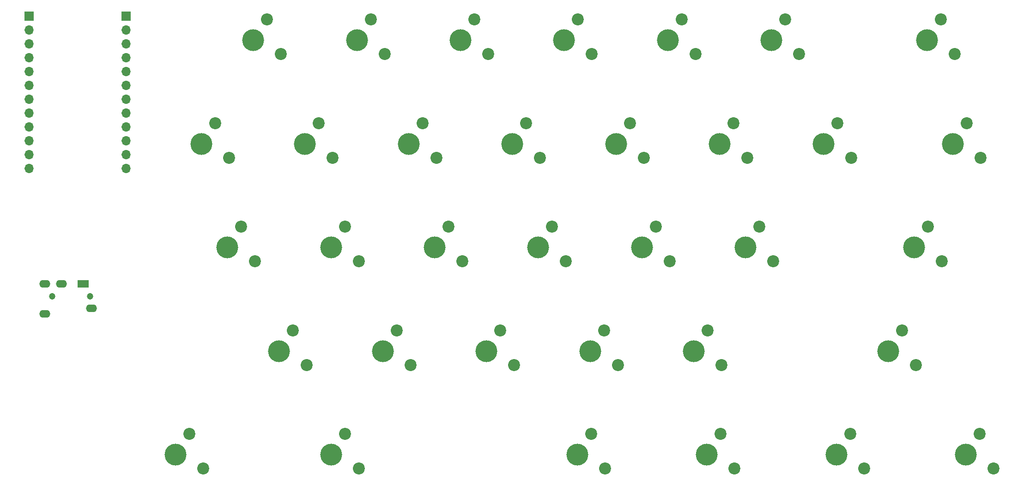
<source format=gbr>
%TF.GenerationSoftware,KiCad,Pcbnew,(6.0.4)*%
%TF.CreationDate,2022-03-31T09:00:27-07:00*%
%TF.ProjectId,hip-factor-3-r,6869702d-6661-4637-946f-722d332d722e,rev?*%
%TF.SameCoordinates,Original*%
%TF.FileFunction,Soldermask,Top*%
%TF.FilePolarity,Negative*%
%FSLAX46Y46*%
G04 Gerber Fmt 4.6, Leading zero omitted, Abs format (unit mm)*
G04 Created by KiCad (PCBNEW (6.0.4)) date 2022-03-31 09:00:27*
%MOMM*%
%LPD*%
G01*
G04 APERTURE LIST*
%ADD10C,4.000000*%
%ADD11C,2.200000*%
%ADD12R,1.700000X1.700000*%
%ADD13O,1.700000X1.700000*%
%ADD14C,1.200000*%
%ADD15O,2.000000X1.400000*%
%ADD16R,2.000000X1.400000*%
G04 APERTURE END LIST*
D10*
%TO.C,SW9*%
X76000000Y-59000000D03*
D11*
X81080000Y-61540000D03*
X78540000Y-55190000D03*
%TD*%
D10*
%TO.C,SW25*%
X128250000Y-97000000D03*
D11*
X133330000Y-99540000D03*
X130790000Y-93190000D03*
%TD*%
D10*
%TO.C,SW10*%
X95000000Y-59000000D03*
D11*
X100080000Y-61540000D03*
X97540000Y-55190000D03*
%TD*%
D10*
%TO.C,SW13*%
X152000000Y-59000000D03*
D11*
X157080000Y-61540000D03*
X154540000Y-55190000D03*
%TD*%
D10*
%TO.C,SW5*%
X142500000Y-40000000D03*
D11*
X147580000Y-42540000D03*
X145040000Y-36190000D03*
%TD*%
D10*
%TO.C,SW34*%
X197125000Y-116000000D03*
D11*
X202205000Y-118540000D03*
X199665000Y-112190000D03*
%TD*%
D10*
%TO.C,SW8*%
X57000000Y-59000000D03*
D11*
X62080000Y-61540000D03*
X59540000Y-55190000D03*
%TD*%
D10*
%TO.C,SW18*%
X118750000Y-78000000D03*
D11*
X123830000Y-80540000D03*
X121290000Y-74190000D03*
%TD*%
D10*
%TO.C,SW32*%
X149625000Y-116000000D03*
D11*
X154705000Y-118540000D03*
X152165000Y-112190000D03*
%TD*%
D10*
%TO.C,SW27*%
X171000000Y-59000000D03*
D11*
X176080000Y-61540000D03*
X173540000Y-55190000D03*
%TD*%
D10*
%TO.C,SW1*%
X66500000Y-40000000D03*
D11*
X71580000Y-42540000D03*
X69040000Y-36190000D03*
%TD*%
D10*
%TO.C,SW21*%
X187625000Y-78000000D03*
D11*
X192705000Y-80540000D03*
X190165000Y-74190000D03*
%TD*%
D10*
%TO.C,SW17*%
X99750000Y-78000000D03*
D11*
X104830000Y-80540000D03*
X102290000Y-74190000D03*
%TD*%
D10*
%TO.C,SW14*%
X194750000Y-59000000D03*
D11*
X199830000Y-61540000D03*
X197290000Y-55190000D03*
%TD*%
D12*
%TO.C,J1*%
X43180000Y-35560000D03*
D13*
X43180000Y-38100000D03*
X43180000Y-40640000D03*
X43180000Y-43180000D03*
X43180000Y-45720000D03*
X43180000Y-48260000D03*
X43180000Y-50800000D03*
X43180000Y-53340000D03*
X43180000Y-55880000D03*
X43180000Y-58420000D03*
X43180000Y-60960000D03*
X43180000Y-63500000D03*
%TD*%
D10*
%TO.C,SW29*%
X52250000Y-116000000D03*
D11*
X57330000Y-118540000D03*
X54790000Y-112190000D03*
%TD*%
D10*
%TO.C,SW31*%
X125875000Y-116000000D03*
D11*
X130955000Y-118540000D03*
X128415000Y-112190000D03*
%TD*%
D10*
%TO.C,SW23*%
X90250000Y-97000000D03*
D11*
X95330000Y-99540000D03*
X92790000Y-93190000D03*
%TD*%
D10*
%TO.C,SW12*%
X133000000Y-59000000D03*
D11*
X138080000Y-61540000D03*
X135540000Y-55190000D03*
%TD*%
D10*
%TO.C,SW19*%
X137750000Y-78000000D03*
D11*
X142830000Y-80540000D03*
X140290000Y-74190000D03*
%TD*%
D10*
%TO.C,SW2*%
X85500000Y-40000000D03*
D11*
X90580000Y-42540000D03*
X88040000Y-36190000D03*
%TD*%
D10*
%TO.C,SW16*%
X80750000Y-78000000D03*
D11*
X85830000Y-80540000D03*
X83290000Y-74190000D03*
%TD*%
D10*
%TO.C,SW26*%
X147250000Y-97000000D03*
D11*
X152330000Y-99540000D03*
X149790000Y-93190000D03*
%TD*%
D10*
%TO.C,SW7*%
X190000000Y-40000000D03*
D11*
X195080000Y-42540000D03*
X192540000Y-36190000D03*
%TD*%
D10*
%TO.C,SW20*%
X156750000Y-78000000D03*
D11*
X161830000Y-80540000D03*
X159290000Y-74190000D03*
%TD*%
D10*
%TO.C,SW4*%
X123500000Y-40000000D03*
D11*
X128580000Y-42540000D03*
X126040000Y-36190000D03*
%TD*%
D10*
%TO.C,SW11*%
X114000000Y-59000000D03*
D11*
X119080000Y-61540000D03*
X116540000Y-55190000D03*
%TD*%
D10*
%TO.C,SW33*%
X173375000Y-116000000D03*
D11*
X178455000Y-118540000D03*
X175915000Y-112190000D03*
%TD*%
D10*
%TO.C,SW3*%
X104500000Y-40000000D03*
D11*
X109580000Y-42540000D03*
X107040000Y-36190000D03*
%TD*%
D10*
%TO.C,SW28*%
X182875000Y-97000000D03*
D11*
X187955000Y-99540000D03*
X185415000Y-93190000D03*
%TD*%
D10*
%TO.C,SW15*%
X61750000Y-78000000D03*
D11*
X66830000Y-80540000D03*
X64290000Y-74190000D03*
%TD*%
D10*
%TO.C,SW22*%
X71250000Y-97000000D03*
D11*
X76330000Y-99540000D03*
X73790000Y-93190000D03*
%TD*%
D10*
%TO.C,SW6*%
X161500000Y-40000000D03*
D11*
X166580000Y-42540000D03*
X164040000Y-36190000D03*
%TD*%
D12*
%TO.C,J2*%
X25400000Y-35560000D03*
D13*
X25400000Y-38100000D03*
X25400000Y-40640000D03*
X25400000Y-43180000D03*
X25400000Y-45720000D03*
X25400000Y-48260000D03*
X25400000Y-50800000D03*
X25400000Y-53340000D03*
X25400000Y-55880000D03*
X25400000Y-58420000D03*
X25400000Y-60960000D03*
X25400000Y-63500000D03*
%TD*%
D10*
%TO.C,SW24*%
X109250000Y-97000000D03*
D11*
X114330000Y-99540000D03*
X111790000Y-93190000D03*
%TD*%
D10*
%TO.C,SW30*%
X80750000Y-116000000D03*
D11*
X85830000Y-118540000D03*
X83290000Y-112190000D03*
%TD*%
D14*
%TO.C,J3*%
X36630000Y-87000000D03*
X29630000Y-87000000D03*
D15*
X28330000Y-90200000D03*
X31330000Y-84700000D03*
X28330000Y-84700000D03*
X36830000Y-89200000D03*
D16*
X35330000Y-84700000D03*
%TD*%
M02*

</source>
